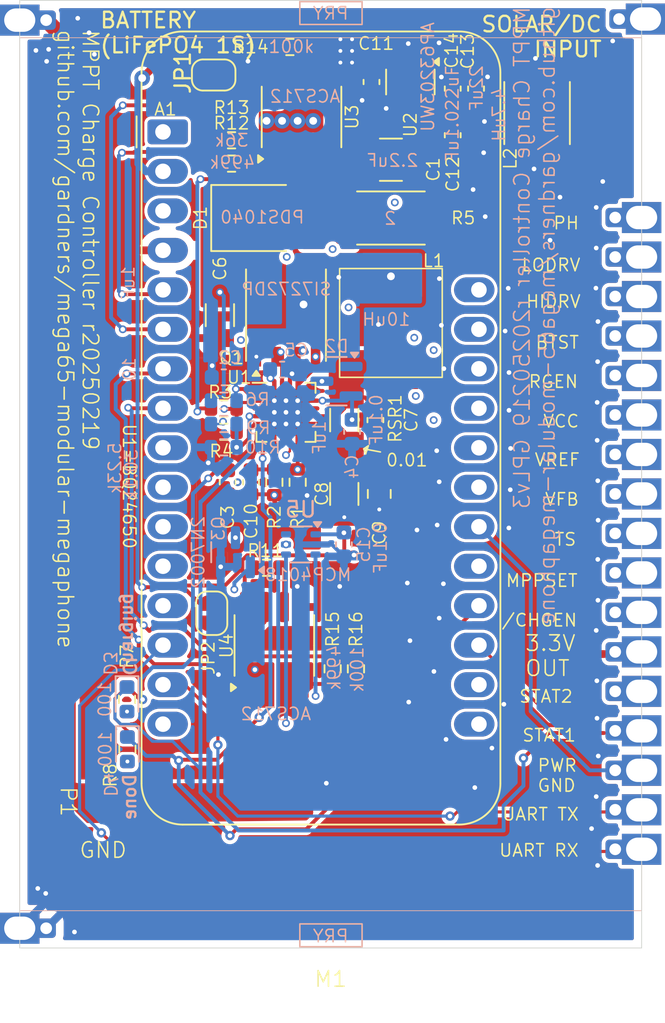
<source format=kicad_pcb>
(kicad_pcb (version 20241229) (generator "pcbnew") (generator_version "9.0")
  (title_block (title "MPPT Charge Controller") (rev "0.2"))
  (layers (0 "F.Cu" signal) (4 "In1.Cu" signal) (6 "In2.Cu" signal) (2 "B.Cu" signal) (13 "F.Paste" user) (15 "B.Paste" user) (5 "F.SilkS" user "F.Silkscreen") (7 "B.SilkS" user "B.Silkscreen") (1 "F.Mask" user) (3 "B.Mask" user) (25 "Edge.Cuts" user))
  (property "project_creator" "gardners")
  (property "project_license" "CERN-OHL-S v2")
  (property "project_name" "Mega65Modular MPPT")
  (property "project_version" "v0.1")
  (property "project_year" "2025")
  (net 0 "")
  (net 3 "/STAT2")
  (net 5 "/Battery Current")
  (net 9 "/Battery Voltage")
  (net 13 "/STAT1")
  (net 14 "/~{Charge EN}")
  (net 16 "+3.3V")
  (net 19 "/SD_CS")
  (net 20 "/Solar Current")
  (net 21 "/Solar Voltage")
  (net 23 "Net-(C1-Pad1)")
  (net 24 "/VCC")
  (net 25 "/VREF")
  (net 26 "/RGEN")
  (net 27 "/PH")
  (net 28 "/BTST")
  (net 29 "Net-(D1-K)")
  (net 30 "Net-(U1-SRP)")
  (net 31 "Net-(U1-SRN)")
  (net 32 "/VFB")
  (net 33 "/VIN")
  (net 34 "Net-(U2-BST)")
  (net 35 "Net-(U2-SW)")
  (net 36 "Net-(D3-A)")
  (net 37 "Net-(D4-A)")
  (net 38 "VBAT_OUT")
  (net 39 "/LODRV")
  (net 40 "/HIDRV")
  (net 41 "/MPPSET")
  (net 42 "/TS")
  (net 43 "Net-(U4-FILTER)")
  (net 44 "Net-(U3-FILTER)")
  (net 45 "PWR_GND")
  (net 47 "/Input")
  (net 48 "/SCL")
  (net 49 "/SDA")
  (net 51 "VCC_ACS712")
  (net 52 "VCC_ACS712_2")
  (net 53 "UART_RX")
  (net 54 "UART_TX")
  (footprint "Capacitor_SMD:C_0603_1608Metric" (layer "F.Cu") (at 105.875 99.66 -90)
    (property "Reference" "C10")
    (property "Value" "22pF")
  )
  (footprint "Resistor_SMD:R_2512_6332Metric" (layer "F.Cu") (at 114.875 82.66)
    (property "Reference" "R5")
    (property "Value" "2")
  )
  (footprint "Jumper:SolderJumper-2_P1.3mm_Bridged_RoundedPad1.0x1.5mm" (layer "F.Cu") (at 103.475 73.46 180)
    (property "Reference" "JP1")
    (property "Value" "Jumper_2_Bridged")
  )
  (footprint "Package_SO:SOIC-8_3.9x4.9mm_P1.27mm" (layer "F.Cu") (at 109.125 76.16 90)
    (property "Reference" "U3")
    (property "Value" "ACS712")
  )
  (footprint "Resistor_SMD:R_0603_1608Metric" (layer "F.Cu") (at 97.9 113.6225 -90)
    (property "Reference" "R7")
    (property "Value" "100")
  )
  (footprint "Resistor_SMD:R_0603_1608Metric" (layer "F.Cu") (at 97.925 116.835 -90)
    (property "Reference" "R8")
    (property "Value" "100")
  )
  (footprint "Capacitor_SMD:C_0603_1608Metric" (layer "F.Cu") (at 113.625 73.91 90)
    (property "Reference" "C11")
    (property "Value" "10uF")
  )
  (footprint "Inductor_SMD:L_Vishay_IFSC-1515AH_4x4x1.8mm" (layer "F.Cu") (at 124.275 75.91 90)
    (property "Reference" "L2")
    (property "Value" "4.7uH")
  )
  (footprint "MegaCastle:MegaCastle2x24-Module-I40.0x56.2-M80000307FFFC-SPAREPAD" (layer "F.Cu") (at 111 99.14)
    (property "Reference" "M1")
    (property "Value" "~")
    (fp_line (start -20 -30.48) (end -20 30.48) (stroke (width 0.05)) (layer "Edge.Cuts"))
    (fp_line (start -20 -30.48) (end 20 -30.48) (stroke (width 0.05)) (layer "Edge.Cuts"))
    (fp_line (start -20 30.48) (end 20 30.48) (stroke (width 0.05)) (layer "Edge.Cuts"))
    (fp_line (start 20 -30.48) (end 20 30.48) (stroke (width 0.05)) (layer "Edge.Cuts"))
  )
  (footprint "Capacitor_SMD:C_1206_3216Metric" (layer "F.Cu") (at 111.875 100.41 90)
    (property "Reference" "C8")
    (property "Value" "10uF")
  )
  (footprint "Resistor_SMD:R_0603_1608Metric" (layer "F.Cu") (at 104.125 94.91)
    (property "Reference" "R3")
    (property "Value" "499k")
  )
  (footprint "Package_SO:SOIC-8_3.9x4.9mm_P1.27mm" (layer "F.Cu") (at 107.375 110.16 90)
    (property "Reference" "U4")
    (property "Value" "ACS712")
  )
  (footprint "Capacitor_SMD:C_0603_1608Metric" (layer "F.Cu") (at 104.375 99.66 -90)
    (property "Reference" "C3")
    (property "Value" "1uF")
  )
  (footprint "Resistor_SMD:R_0603_1608Metric" (layer "F.Cu") (at 104.625 79.16 180)
    (property "Reference" "R12")
    (property "Value" "499k")
  )
  (footprint "Capacitor_SMD:C_1210_3225Metric" (layer "F.Cu") (at 114.875 78.91 180)
    (property "Reference" "C1")
    (property "Value" "2.2uF")
  )
  (footprint "Package_SO:PowerPAK_SO-8_Dual" (layer "F.Cu") (at 108.125 88.91 90)
    (property "Reference" "Q1")
    (property "Value" "SI7272DP")
  )
  (footprint "Resistor_SMD:R_0603_1608Metric" (layer "F.Cu") (at 108.875 99.66 -90)
    (property "Reference" "R1")
    (property "Value" "100k")
  )
  (footprint "Jumper:SolderJumper-2_P1.3mm_Bridged_RoundedPad1.0x1.5mm" (layer "F.Cu") (at 103.35 108.085 90)
    (property "Reference" "JP2")
    (property "Value" "Jumper_2_Bridged")
  )
  (footprint "Resistor_SMD:R_0603_1608Metric" (layer "F.Cu") (at 108.375 71.66 180)
    (property "Reference" "R14")
    (property "Value" "100k")
  )
  (footprint "Resistor_SMD:R_1206_3216Metric" (layer "F.Cu") (at 111.875 95.66 90)
    (property "Reference" "RSR1")
    (property "Value" "0.01")
  )
  (footprint "Package_TO_SOT_SMD:TSOT-23-6" (layer "F.Cu") (at 116.125 73.91 -90)
    (property "Reference" "U2")
    (property "Value" "AP63203WU")
  )
  (footprint "Module:Adafruit_Feather" (layer "F.Cu") (at 110.375 96.16)
    (property "Reference" "A1")
    (property "Value" "Adafruit_Feather_HUZZAH32_ESP32")
  )
  (footprint "Resistor_SMD:R_0603_1608Metric" (layer "F.Cu") (at 104.125 96.41 180)
    (property "Reference" "R4")
    (property "Value" "DNP")
  )
  (footprint "Capacitor_SMD:C_0603_1608Metric" (layer "F.Cu") (at 118.85 74.335 90)
    (property "Reference" "C14")
    (property "Value" "22uF")
  )
  (footprint "MPPT Charge Controller Footprint Library:L_Vishay_6.9x6.5" (layer "F.Cu") (at 114.875 89.41 -90)
    (property "Reference" "L1")
    (property "Value" "10uH")
  )
  (footprint "Resistor_SMD:R_0603_1608Metric" (layer "F.Cu") (at 107.375 99.66 90)
    (property "Reference" "R2")
    (property "Value" "140K")
  )
  (footprint "Resistor_SMD:R_0603_1608Metric" (layer "F.Cu") (at 104.625 77.66)
    (property "Reference" "R13")
    (property "Value" "36k")
  )
  (footprint "Capacitor_SMD:C_0603_1608Metric" (layer "F.Cu") (at 118.85 77.335 90)
    (property "Reference" "C12")
    (property "Value" "0.1uF")
  )
  (footprint "Capacitor_SMD:C_0805_2012Metric" (layer "F.Cu") (at 114.125 100.41 90)
    (property "Reference" "C9")
    (property "Value" "4.7uF")
  )
  (footprint "Resistor_SMD:R_0603_1608Metric" (layer "F.Cu") (at 111.125 111.66 90)
    (property "Reference" "R15")
    (property "Value" "499k")
  )
  (footprint "Resistor_SMD:R_0603_1608Metric" (layer "F.Cu") (at 112.625 111.66 -90)
    (property "Reference" "R16")
    (property "Value" "100k")
  )
  (footprint "Capacitor_SMD:C_0603_1608Metric" (layer "F.Cu") (at 113.875 95.66 -90)
    (property "Reference" "C7")
    (property "Value" "0.1uF")
  )
  (footprint "Capacitor_SMD:C_1206_3216Metric" (layer "F.Cu") (at 103.875 88.91 90)
    (property "Reference" "C6")
    (property "Value" "10uF")
  )
  (footprint "Resistor_SMD:R_0603_1608Metric" (layer "F.Cu") (at 106.875 105.16 180)
    (property "Reference" "R11")
    (property "Value" "100k")
  )
  (footprint "Capacitor_SMD:C_0603_1608Metric" (layer "F.Cu") (at 120.35 74.335 90)
    (property "Reference" "C13")
    (property "Value" "22uF")
  )
  (footprint "Diode_SMD:D_PowerDI-5" (layer "F.Cu") (at 107.125 82.66)
    (property "Reference" "D1")
    (property "Value" "PDS1040")
  )
  (footprint "MPPT Charge Controller Footprint Library:VQFN-16_EP_3.5x3.5_Pitch0.5mm" (layer "F.Cu") (at 108.125 95.16)
    (property "Reference" "U1")
    (property "Value" "~")
  )
  (footprint "Capacitor_SMD:C_0603_1608Metric" (layer "B.Cu") (at 112.375 96.41 -90)
    (property "Reference" "C4")
    (property "Value" "1uF")
  )
  (footprint "NetTie:NetTie-2_SMD_Pad0.5mm" (layer "B.Cu") (at 108.125 93.91 90)
    (property "Reference" "NT2" (hide yes))
    (property "Value" "~" (hide yes))
  )
  (footprint "Resistor_SMD:R_0603_1608Metric" (layer "B.Cu") (at 104.125 94.41)
    (property "Reference" "R6")
    (property "Value" "10")
  )
  (footprint "Package_TO_SOT_SMD:SOT-363_SC-70-6" (layer "B.Cu") (at 109.075 103.66 180)
    (property "Reference" "U5")
    (property "Value" "MCP4018")
  )
  (footprint "LED_SMD:LED_0603_1608Metric" (layer "B.Cu") (at 97.925 116.835 -90)
    (property "Reference" "D4")
    (property "Value" "GREEN")
  )
  (footprint "Resistor_SMD:R_0603_1608Metric" (layer "B.Cu") (at 104.125 95.91)
    (property "Reference" "R9")
    (property "Value" "5.23k")
  )
  (footprint "NetTie:NetTie-2_SMD_Pad0.5mm" (layer "B.Cu") (at 108.125 96.41 -90)
    (property "Reference" "NT4" (hide yes))
    (property "Value" "~" (hide yes))
  )
  (footprint "Capacitor_SMD:C_0603_1608Metric" (layer "B.Cu") (at 111.85 103.66 -90)
    (property "Reference" "C15")
    (property "Value" "0.1uF")
  )
  (footprint "Capacitor_SMD:C_0603_1608Metric" (layer "B.Cu") (at 107.875 92.41 180)
    (property "Reference" "C5")
    (property "Value" "0.1uF")
  )
  (footprint "LED_SMD:LED_0603_1608Metric" (layer "B.Cu") (at 97.9 113.6225 -90)
    (property "Reference" "D3")
    (property "Value" "RED")
  )
  (footprint "Package_TO_SOT_SMD:SOT-23" (layer "B.Cu") (at 104.875 104.16 90)
    (property "Reference" "Q3")
    (property "Value" "2N7002")
  )
  (footprint "Resistor_SMD:R_0603_1608Metric" (layer "B.Cu") (at 104.125 97.41 180)
    (property "Reference" "R10")
    (property "Value" "30.1k")
  )
  (footprint "NetTie:NetTie-2_SMD_Pad0.5mm" (layer "B.Cu") (at 109.375 95.16)
    (property "Reference" "NT1" (hide yes))
    (property "Value" "~" (hide yes))
  )
  (footprint "NetTie:NetTie-2_SMD_Pad0.5mm" (layer "B.Cu") (at 106.875 95.16 180)
    (property "Reference" "NT3" (hide yes))
    (property "Value" "~" (hide yes))
  )
  (footprint "Capacitor_SMD:C_0603_1608Metric" (layer "B.Cu") (at 104.125 92.91 180)
    (property "Reference" "C2")
    (property "Value" "1uF")
  )
  (footprint "Package_TO_SOT_SMD:SOT-23" (layer "B.Cu") (at 111.375 93.16 180)
    (property "Reference" "D2")
    (property "Value" "BAT54C")
  )
  (gr_line (start 113.125 97.51) (end 113.25 97.835) (stroke (width 0.1)) (layer "F.SilkS"))
  (gr_line (start 113.25 97.835) (end 113.425 97.31) (stroke (width 0.1)) (layer "F.SilkS"))
  (gr_line (start 114.2 97.71) (end 113.125 97.51) (stroke (width 0.1)) (layer "F.SilkS"))
  (gr_line (start 113.425 97.31) (end 113.125 97.51) (stroke (width 0.1)) (layer "F.SilkS"))
  (gr_text "MPPSET" (at 124.575 105.985 0) (layer "F.SilkS") (effects (font (size 0.8 0.8) (thickness 0.1) (bold yes))))
  (gr_text "PH" (at 126.15 82.985 0) (layer "F.SilkS") (effects (font (size 0.8 0.8) (thickness 0.1) (bold yes))))
  (gr_text "UART RX" (at 121.775 123.81 0) (layer "F.SilkS") (effects (font (size 0.8 0.8) (thickness 0.1)) (justify left bottom)))
  (gr_text "VREF" (at 125.575 98.21 0) (layer "F.SilkS") (effects (font (size 0.8 0.8) (thickness 0.1) (bold yes))))
  (gr_text "VCC" (at 125.825 95.735 0) (layer "F.SilkS") (effects (font (size 0.8 0.8) (thickness 0.1) (bold yes))))
  (gr_text "BTST" (at 125.575 90.66 0) (layer "F.SilkS") (effects (font (size 0.8 0.8) (thickness 0.1) (bold yes))))
  (gr_text "UART TX" (at 121.975 121.485 0) (layer "F.SilkS") (effects (font (size 0.8 0.8) (thickness 0.1)) (justify left bottom)))
  (gr_text "/CHGEN" (at 124.425 108.535 0) (layer "F.SilkS") (effects (font (size 0.8 0.8) (thickness 0.1) (bold yes))))
  (gr_text "LODRV" (at 125.175 85.685 0) (layer "F.SilkS") (effects (font (size 0.8 0.8) (thickness 0.1) (bold yes))))
  (gr_text "3.3V\nOUT" (at 123.45 112.21 0) (layer "F.SilkS") (effects (font (size 1 1) (thickness 0.1)) (justify left bottom)))
  (gr_text "VFB" (at 125.875 100.76 0) (layer "F.SilkS") (effects (font (size 0.8 0.8) (thickness 0.1) (bold yes))))
  (gr_text "${TITLE} r20250219\ngithub.com/gardners/mega65-modular-megaphone" (at 93.35 70.485 270) (layer "F.SilkS") (effects (font (size 1 1) (thickness 0.1)) (justify left bottom)))
  (gr_text "PWR\nGND\n" (at 124.25 119.635 0) (layer "F.SilkS") (effects (font (size 0.8 0.8) (thickness 0.1)) (justify left bottom)))
  (gr_text "U1=BQ24650" (at 97.575 95.835 -90) (layer "F.SilkS") (effects (font (size 0.8 0.8) (thickness 0.1)) (justify left bottom)))
  (gr_text "BATTERY\n(LiFePO4 1S)" (at 96.09 70.74 0) (layer "F.SilkS") (effects (font (size 1 1)) (justify left)))
  (gr_text "RGEN" (at 125.325 93.185 0) (layer "F.SilkS") (effects (font (size 0.8 0.8) (thickness 0.1) (bold yes))))
  (gr_text "P1" (at 93.55 119.16 -90) (layer "F.SilkS") (effects (font (size 1 1) (thickness 0.1)) (justify left bottom)))
  (gr_text "SOLAR/DC\nINPUT" (at 128.52 71 0) (layer "F.SilkS") (effects (font (size 1 1)) (justify right)))
  (gr_text "STAT1" (at 125.05 115.935 0) (layer "F.SilkS") (effects (font (size 0.8 0.8) (thickness 0.1) (bold yes))))
  (gr_text "GND" (at 94.775 123.91 0) (layer "F.SilkS") (effects (font (size 1 1) (thickness 0.1)) (justify left bottom)))
  (gr_text "STAT2" (at 124.85 113.435 0) (layer "F.SilkS") (effects (font (size 0.8 0.8) (thickness 0.1) (bold yes))))
  (gr_text "HIDRV" (at 125.325 88.035 0) (layer "F.SilkS") (effects (font (size 0.8 0.8) (thickness 0.1) (bold yes))))
  (gr_text "TS" (at 126.1 103.335 0) (layer "F.SilkS") (effects (font (size 0.8 0.8) (thickness 0.1) (bold yes))))
  (gr_text "Charging" (at 98.05 109.435 270) (layer "B.SilkS") (effects (font (size 0.8 0.8) (thickness 0.15) (bold yes)) (justify mirror)))
  (gr_text "Done" (at 98.075 119.91 90) (layer "B.SilkS") (effects (font (size 0.8 0.8) (thickness 0.15) (bold yes)) (justify mirror)))
  (gr_text "${TITLE} r20250219 GPLv3\ngithub.com/gardners/mega65-modular-megaphone" (at 125.5 68.985 90) (layer "B.SilkS") (effects (font (size 1 1) (thickness 0.1)) (justify left bottom mirror)))
  (segment (start 103.675 117.51) (end 106.4 114.785) (width 0.25) (layer "F.Cu") (net 3))
  (segment (start 106.625 97.66) (end 106.625 98.135) (width 0.25) (layer "F.Cu") (net 3))
  (segment (start 107.375 96.91) (end 106.625 97.66) (width 0.25) (layer "F.Cu") (net 3))
  (segment (start 104.520586 122.389471) (end 104.925057 121.985) (width 0.25) (layer "F.Cu") (net 3))
  (segment (start 101.275 117.51) (end 103.675 117.51) (width 0.25) (layer "F.Cu") (net 3))
  (segment (start 118.61 112.8) (end 118.61 109.525) (width 0.25) (layer "F.Cu") (net 3))
  (segment (start 118.61 109.525) (end 120.535 107.6) (width 0.25) (layer "F.Cu") (net 3))
  (segment (start 104.925057 121.985) (end 109.425 121.985) (width 0.25) (layer "F.Cu") (net 3))
  (segment (start 101.225735 117.559265) (end 101.275 117.51) (width 0.25) (layer "F.Cu") (net 3))
  (segment (start 109.425 121.985) (end 118.61 112.8) (width 0.25) (layer "F.Cu") (net 3))
  (via (at 106.4 114.785) (size 0.6) (drill 0.3) (layers "F.Cu" "B.Cu") (net 3))
  (via (at 101.225735 117.559265) (size 0.6) (drill 0.3) (layers "F.Cu" "B.Cu") (net 3))
  (via (at 104.520586 122.389471) (size 0.6) (drill 0.3) (layers "F.Cu" "B.Cu") (net 3))
  (via (at 106.625 98.135) (size 0.5) (drill 0.3) (layers "F.Cu" "B.Cu") (net 3))
  (segment (start 107.125 114.085) (end 106.425 114.785) (width 0.25) (layer "B.Cu") (net 3))
  (segment (start 107.125 101.91) (end 107.125 114.085) (width 0.25) (layer "B.Cu") (net 3))
  (segment (start 101.225735 117.559265) (end 101.149265 117.559265) (width 0.25) (layer "B.Cu") (net 3))
  (segment (start 106.625 101.41) (end 107.125 101.91) (width 0.25) (layer "B.Cu") (net 3))
  (segment (start 101.225735 119.09462) (end 101.225735 117.559265) (width 0.25) (layer "B.Cu") (net 3))
  (segment (start 100.85 117.26) (end 99.1375 117.26) (width 0.25) (layer "B.Cu") (net 3))
  (segment (start 106.625 98.135) (end 106.625 101.41) (width 0.25) (layer "B.Cu") (net 3))
  (segment (start 97.925 116.0475) (end 98.1 116.0475) (width 0.25) (layer "B.Cu") (net 3))
  (segment (start 99.1375 117.26) (end 97.925 116.0475) (width 0.25) (layer "B.Cu") (net 3))
  (segment (start 101.149265 117.559265) (end 100.85 117.26) (width 0.25) (layer "B.Cu") (net 3))
  (segment (start 106.425 114.785) (end 106.4 114.785) (width 0.25) (layer "B.Cu") (net 3))
  (segment (start 104.520586 122.389471) (end 101.225735 119.09462) (width 0.25) (layer "B.Cu") (net 3))
  (segment (start 98.015 94.9) (end 100.215 94.9) (width 0.25) (layer "F.Cu") (net 5))
  (segment (start 102.60099 110.135) (end 105.264999 110.135) (width 0.25) (layer "F.Cu") (net 5))
  (segment (start 99.54901 109.015) (end 101.48099 109.015) (width 0.25) (layer "F.Cu") (net 5))
  (segment (start 98.975 108.86) (end 99.339505 109.224505) (width 0.25) (layer "F.Cu") (net 5))
  (segment (start 105.264999 110.135) (end 106.74 108.659999) (width 0.25) (layer "F.Cu") (net 5))
  (segment (start 99.339505 109.224505) (end 99.54901 109.015) (width 0.25) (layer "F.Cu") (net 5))
  (segment (start 101.48099 109.015) (end 102.60099 110.135) (width 0.25) (layer "F.Cu") (net 5))
  (segment (start 97.975 94.86) (end 98.015 94.9) (width 0.25) (layer "F.Cu") (net 5))
  (segment (start 106.74 108.659999) (end 106.74 107.685) (width 0.25) (layer "F.Cu") (net 5))
  (via (at 97.975 94.86) (size 0.5) (drill 0.3) (layers "F.Cu" "B.Cu") (net 5))
  (via (at 98.975 108.86) (size 0.5) (drill 0.3) (layers "F.Cu" "B.Cu") (net 5))
  (segment (start 98.198 108.083) (end 98.198 95.083) (width 0.25) (layer "B.Cu") (net 5))
  (segment (start 98.975 108.86) (end 98.198 108.083) (width 0.25) (layer "B.Cu") (net 5))
  (segment (start 98.198 95.083) (end 97.975 94.86) (width 0.25) (layer "B.Cu") (net 5))
  (segment (start 98.65 110.36599) (end 99.64401 111.36) (width 0.25) (layer "F.Cu") (net 9))
  (segment (start 97.875 92.66) (end 99.915 92.66) (width 0.25) (layer "F.Cu") (net 9))
  (segment (start 111.1 110.86) (end 111.125 110.835) (width 0.25) (layer "F.Cu") (net 9))
  (segment (start 98.65 109.785) (end 98.65 110.36599) (width 0.25) (layer "F.Cu") (net 9))
  (segment (start 99.915 92.66) (end 100.215 92.36) (width 0.25) (layer "F.Cu") (net 9))
  (segment (start 111.125 110.835) (end 112.625 110.835) (width 0.25) (layer "F.Cu") (net 9))
  (segment (start 103.375 111.36) (end 103.875 110.86) (width 0.25) (layer "F.Cu") (net 9))
  (segment (start 103.875 110.86) (end 111.1 110.86) (width 0.25) (layer "F.Cu") (net 9))
  (segment (start 99.64401 111.36) (end 103.375 111.36) (width 0.25) (layer "F.Cu") (net 9))
  (via (at 98.65 109.785) (size 0.5) (drill 0.3) (layers "F.Cu" "B.Cu") (net 9))
  (via (at 97.875 92.66) (size 0.5) (drill 0.3) (layers "F.Cu" "B.Cu") (net 9))
  (segment (start 97.821 108.956) (end 97.821 95.606) (width 0.25) (layer "B.Cu") (net 9))
  (segment (start 97.175 93.36) (end 97.875 92.66) (width 0.25) (layer "B.Cu") (net 9))
  (segment (start 98.65 109.785) (end 97.821 108.956) (width 0.25) (layer "B.Cu") (net 9))
  (segment (start 97.821 95.606) (end 97.175 94.96) (width 0.25) (layer "B.Cu") (net 9))
  (segment (start 97.175 94.96) (end 97.175 93.36) (width 0.25) (layer "B.Cu") (net 9))
  (segment (start 125.02 115.79) (end 128.575 115.79) (width 0.25) (layer "F.Cu") (net 13))
  (segment (start 126.855 115.79) (end 125.875 114.81) (width 0.2) (layer "F.Cu") (net 13))
  (segment (start 125.875 114.81) (end 125.205 114.81) (width 0.2) (layer "F.Cu") (net 13))
  (segment (start 123.4 117.41) (end 125.02 115.79) (width 0.25) (layer "F.Cu") (net 13))
  (segment (start 125.205 114.81) (end 120.535 110.14) (width 0.2) (layer "F.Cu") (net 13))
  (segment (start 128.575 115.79) (end 126.855 115.79) (width 0.2) (layer "F.Cu") (net 13))
  (segment (start 105.775 95.417149) (end 105.782149 95.41) (width 0.25) (layer "F.Cu") (net 13))
  (segment (start 105.782149 95.41) (end 106.375 95.41) (width 0.25) (layer "F.Cu") (net 13))
  (via (at 105.775 95.417149) (size 0.5) (drill 0.3) (layers "F.Cu" "B.Cu") (net 13))
  (via (at 123.4 117.41) (size 0.6) (drill 0.3) (layers "F.Cu" "B.Cu") (net 13))
  (segment (start 105.075 122.06) (end 102.625 119.61) (width 0.25) (layer "B.Cu") (net 13))
  (segment (start 97.125 113.61) (end 97.9 112.835) (width 0.2) (layer "B.Cu") (net 13))
  (segment (start 102.625 118.11) (end 100.835 116.32) (width 0.2) (layer "B.Cu") (net 13))
  (segment (start 122.125 120.46) (end 122.125 122.06) (width 0.25) (layer "B.Cu") (net 13))
  (segment (start 102.625 100.91) (end 102.625 119.61) (width 0.25) (layer "B.Cu") (net 13))
  (segment (start 99.535 116.32) (end 98.45 115.235) (width 0.2) (layer "B.Cu") (net 13))
  (segment (start 97.9 112.835) (end 97.9 112.848135) (width 0.2) (layer "B.Cu") (net 13))
  (segment (start 123.4 119.185) (end 122.125 120.46) (width 0.25) (layer "B.Cu") (net 13))
  (segment (start 102.625 119.61) (end 102.625 118.11) (width 0.2) (layer "B.Cu") (net 13))
  (segment (start 97.510314 115.235) (end 97.125 114.849686) (width 0.2) (layer "B.Cu") (net 13))
  (segment (start 102.673004 100.91) (end 102.625 100.91) (width 0.25) (layer "B.Cu") (net 13))
  (segment (start 105.775 95.417149) (end 105.775 97.808004) (width 0.25) (layer "B.Cu") (net 13))
  (segment (start 97.125 114.849686) (end 97.125 113.61) (width 0.2) (layer "B.Cu") (net 13))
  (segment (start 123.4 117.41) (end 123.4 119.185) (width 0.25) (layer "B.Cu") (net 13))
  (segment (start 105.775 97.808004) (end 102.673004 100.91) (width 0.25) (layer "B.Cu") (net 13))
  (segment (start 98.45 115.235) (end 97.510314 115.235) (width 0.2) (layer "B.Cu") (net 13))
  (segment (start 122.125 122.06) (end 105.075 122.06) (width 0.25) (layer "B.Cu") (net 13))
  (segment (start 100.835 116.32) (end 99.535 116.32) (width 0.2) (layer "B.Cu") (net 13))
  (via (at 104.802572 106.554439) (size 0.5) (drill 0.3) (layers "F.Cu" "B.Cu") (net 14))
  (segment (start 104.802572 106.554439) (end 104.802572 106.119928) (width 0.25) (layer "B.Cu") (net 14))
  (segment (start 104.802572 106.119928) (end 105.825 105.0975) (width 0.25) (layer "B.Cu") (net 14))
  (segment (start 104.200916 106.300495) (end 101.365495 106.300495) (width 0.25) (layer "F.Cu") (net 16))
  (segment (start 111.875 102.935) (end 111.875 104.11) (width 0.25) (layer "F.Cu") (net 16))
  (segment (start 118.85 75.11) (end 120.35 75.11) (width 0.5) (layer "F.Cu") (net 16))
  (segment (start 117.075 70.86) (end 116.475 70.26) (width 0.5) (layer "F.Cu") (net 16))
  (segment (start 124.575 74.135) (end 124.275 74.435) (width 0.5) (layer "F.Cu") (net 16))
  (segment (start 105.325 105.351842) (end 105.149569 105.351842) (width 0.25) (layer "F.Cu") (net 16))
  (segment (start 124.275 74.435) (end 122.5 72.66) (width 0.5) (layer "F.Cu") (net 16))
  (segment (start 102.55 107.435) (end 103.35 107.435) (width 0.25) (layer "F.Cu") (net 16))
  (segment (start 101.25599 106.41) (end 98.875 106.41) (width 0.25) (layer "F.Cu") (net 16))
  (segment (start 98.9 73.685) (end 98.875 73.66) (width 0.5) (layer "F.Cu") (net 16))
  (segment (start 126.8 70.61) (end 126.8 109.31) (width 0.5) (layer "F.Cu") (net 16))
  (segment (start 105.149569 105.351842) (end 104.200916 106.300495) (width 0.25) (layer "F.Cu") (net 16))
  (segment (start 116.475 70.26) (end 116.5 70.235) (width 0.5) (layer "F.Cu") (net 16))
  (segment (start 126.425 70.235) (end 126.8 70.61) (width 0.5) (layer "F.Cu") (net 16))
  (segment (start 118.7625 75.1975) (end 118.85 75.11) (width 0.5) (layer "F.Cu") (net 16))
  (segment (start 122.5 72.66) (end 117.1875 72.66) (width 0.5) (layer "F.Cu") (net 16))
  (segment (start 117.075 72.7725) (end 117.075 70.86) (width 0.5) (layer "F.Cu") (net 16))
  (segment (start 101.365495 106.300495) (end 101.25599 106.41) (width 0.25) (layer "F.Cu") (net 16))
  (segment (start 111.85 102.91) (end 111.875 102.935) (width 0.25) (layer "F.Cu") (net 16))
  (segment (start 121.375 75.11) (end 122.05 74.435) (width 0.5) (layer "F.Cu") (net 16))
  (segment (start 121.375 75.11) (end 120.35 75.11) (width 0.5) (layer "F.Cu") (net 16))
  (segment (start 116.5 70.235) (end 126.425 70.235) (width 0.5) (layer "F.Cu") (net 16))
  (segment (start 116.475 70.26) (end 102.275 70.26) (width 0.5) (layer "F.Cu") (net 16))
  (segment (start 98.995 106.41) (end 99.06 106.475) (width 0.25) (layer "F.Cu") (net 16))
  (segment (start 105.325 104.661996) (end 105.325 105.351842) (width 0.25) (layer "F.Cu") (net 16))
  (segment (start 102.825 70.81) (end 102.275 70.26) (width 0.5) (layer "F.Cu") (net 16))
  (segment (start 105.626996 104.36) (end 105.325 104.661996) (width 0.25) (layer "F.Cu") (net 16))
  (segment (start 117.1875 72.66) (end 117.075 72.7725) (width 0.5) (layer "F.Cu") (net 16))
  (segment (start 101.365495 106.300495) (end 101.415495 106.300495) (width 0.25) (layer "F.Cu") (net 16))
  (segment (start 122.05 74.435) (end 124.275 74.435) (width 0.5) (layer "F.Cu") (net 16))
  (segment (start 126.6 109.31) (end 128 110.71) (width 0.5) (layer "F.Cu") (net 16))
  (segment (start 111.875 104.11) (end 111.625 104.36) (width 0.25) (layer "F.Cu") (net 16))
  (segment (start 98.875 106.41) (end 98.995 106.41) (width 0.25) (layer "F.Cu") (net 16))
  (segment (start 111.625 104.36) (end 105.626996 104.36) (width 0.25) (layer "F.Cu") (net 16))
  (segment (start 126.8 109.31) (end 126.6 109.31) (width 0.5) (layer "F.Cu") (net 16))
  (segment (start 102.275 70.26) (end 98.875 73.66) (width 0.5) (layer "F.Cu") (net 16))
  (segment (start 102.825 73.46) (end 102.825 70.81) (width 0.5) (layer "F.Cu") (net 16))
  (segment (start 128 110.71) (end 128.575 110.71) (width 0.5) (layer "F.Cu") (net 16))
  (segment (start 101.415495 106.300495) (end 102.55 107.435) (width 0.25) (layer "F.Cu") (net 16))
  (via (at 98.875 106.41) (size 0.5) (drill 0.3) (layers "F.Cu" "B.Cu") (net 16))
  (via (at 98.875 73.66) (size 1) (drill 0.5) (layers "F.Cu" "B.Cu") (net 16))
  (via (at 111.85 102.91) (size 0.5) (drill 0.3) (layers "F.Cu" "B.Cu") (net 16))
  (segment (start 98.575 94.6044) (end 98.575 79.21) (width 0.25) (layer "B.Cu") (net 16))
  (segment (start 98.58 94.6094) (end 98.575 94.6044) (width 0.25) (layer "B.Cu") (net 16))
  (segment (start 110.025 103.01) (end 111.725 103.01) (width 0.25) (layer "B.Cu") (net 16))
  (segment (start 98.625 73.91) (end 98.625 79.16) (width 0.5) (layer "B.Cu") (net 16))
  (segment (start 98.875 106.41) (end 98.575 106.11) (width 0.25) (layer "B.Cu") (net 16))
  (segment (start 98.575 95.1156) (end 98.58 95.1106) (width 0.25) (layer "B.Cu") (net 16))
  (segment (start 98.58 95.1106) (end 98.58 94.6094) (width 0.25) (layer "B.Cu") (net 16))
  (segment (start 98.625 79.16) (end 99.125 79.66) (width 0.5) (layer "B.Cu") (net 16))
  (segment (start 98.575 79.21) (end 98.625 79.16) (width 0.25) (layer "B.Cu") (net 16))
  (segment (start 98.575 106.11) (end 98.575 95.1156) (width 0.25) (layer "B.Cu") (net 16))
  (segment (start 111.725 103.01) (end 111.85 102.885) (width 0.25) (layer "B.Cu") (net 16))
  (segment (start 99.125 79.66) (end 100.215 79.66) (width 0.5) (layer "B.Cu") (net 16))
  (segment (start 98.875 73.66) (end 98.625 73.91) (width 0.5) (layer "B.Cu") (net 16))
  (segment (start 123.87 114.4) (end 123.87 105.855) (width 0.25) (layer "B.Cu") (net 19))
  (segment (start 127.66 118.19) (end 123.87 114.4) (width 0.25) (layer "B.Cu") (net 19))
  (segment (start 129.3 118.19) (end 127.66 118.19) (width 0.25) (layer "B.Cu") (net 19))
  (segment (start 123.87 105.855) (end 120.535 102.52) (width 0.25) (layer "B.Cu") (net 19))
  (segment (start 108.49 73.685) (end 108.49 74.659999) (width 0.25) (layer "F.Cu") (net 20))
  (segment (start 108.49 74.659999) (end 107.739999 75.41) (width 0.25) (layer "F.Cu") (net 20))
  (segment (start 97.625 89.82) (end 100.215 89.82) (width 0.25) (layer "F.Cu") (net 20))
  (segment (start 107.739999 75.41) (end 97.625 75.41) (width 0.25) (layer "F.Cu") (net 20))
  (via (at 97.625 89.82) (size 0.5) (drill 0.3) (layers "F.Cu" "B.Cu") (net 20))
  (via (at 97.625 75.41) (size 0.5) (drill 0.3) (layers "F.Cu" "B.Cu") (net 20))
  (segment (start 96.875 76.16) (end 96.875 89.07) (width 0.25) (layer "B.Cu") (net 20))
  (segment (start 97.625 75.41) (end 96.875 76.16) (width 0.25) (layer "B.Cu") (net 20))
  (segment (start 96.875 89.07) (end 97.625 89.82) (width 0.25) (layer "B.Cu") (net 20))
  (segment (start 98.325 78.46) (end 98.375 78.41) (width 0.25) (layer "F.Cu") (net 21))
  (segment (start 99.935 87.56) (end 100.215 87.28) (width 0.25) (layer "F.Cu") (net 21))
  (segment (start 97.575 87.56) (end 99.935 87.56) (width 0.25) (layer "F.Cu") (net 21))
  (segment (start 103.8 79.16) (end 103.8 77.66) (width 0.5) (layer "F.Cu") (net 21))
  (segment (start 97.575 78.46) (end 98.325 78.46) (width 0.25) (layer "F.Cu") (net 21))
  (segment (start 98.375 78.41) (end 103.05 78.41) (width 0.25) (layer "F.Cu") (net 21))
  (segment (start 103.05 78.41) (end 103.8 79.16) (width 0.25) (layer "F.Cu") (net 21))
  (via (at 97.575 78.46) (size 0.5) (drill 0.3) (layers "F.Cu" "B.Cu") (net 21))
  (via (at 97.575 87.56) (size 0.5) (drill 0.3) (layers "F.Cu" "B.Cu") (net 21))
  (segment (start 97.375 78.66) (end 97.575 78.46) (width 0.25) (layer "B.Cu") (net 21))
  (segment (start 97.375 87.36) (end 97.375 78.66) (width 0.25) (layer "B.Cu") (net 21))
  (segment (start 97.575 87.56) (end 97.375 87.36) (width 0.25) (layer "B.Cu") (net 21))
  (segment (start 117.8375 80.3975) (end 116.35 78.91) (width 0.5) (layer "F.Cu") (net 23))
  (segment (start 117.8375 82.66) (end 117.8375 80.3975) (width 0.5) (layer "F.Cu") (net 23))
  (segment (start 106.375 94.41) (end 106.16 94.41) (width 0.25) (layer "F.Cu") (net 24))
  (segment (start 105.41 93.66) (end 104.9 93.66) (width 0.25) (layer "F.Cu") (net 24))
  (segment (start 106.16 94.41) (end 105.41 93.66) (width 0.25) (layer "F.Cu") (net 24))
  (via (at 116.375 90.36) (size 0.5) (drill 0.3) (layers "F.Cu" "B.Cu") (net 24))
  (via (at 105.225 90.51) (size 0.5) (drill 0.3) (layers "F.Cu" "B.Cu") (net 24))
  (via (at 116.475 94.110002) (size 0.5) (drill 0.3) (layers "F.Cu" "B.Cu") (net 24))
  (via (at 104.9 93.66) (size 0.5) (drill 0.3) (layers "F.Cu" "B.Cu") (net 24))
  (segment (start 104.9 93.66) (end 104.9 94.36) (width 0.25) (layer "B.Cu") (net 24))
  (segment (start 104.9 94.36) (end 104.95 94.41) (width 0.25) (layer "B.Cu") (net 24))
  (segment (start 104.9 92.91) (end 104.9 93.66) (width 0.25) (layer "B.Cu") (net 24))
  (segment (start 97.125 114.860148) (end 97.125 113.5725) (width 0.2) (layer "F.Cu") (net 25))
  (segment (start 107.875 96.91) (end 108.375 96.91) (width 0.25) (layer "F.Cu") (net 25))
  (segment (start 97.125 113.5725) (end 97.9 112.7975) (width 0.2) (layer "F.Cu") (net 25))
  (segment (start 97.8625 112.76) (end 97.9 112.7975) (width 0.5) (layer "F.Cu") (net 25))
  (segment (start 104.375 98.885) (end 103.65 98.885) (width 0.25) (layer "F.Cu") (net 25))
  (segment (start 108.375 97.66) (end 108.125 97.91) (width 0.15) (layer "F.Cu") (net 25))
  (segment (start 97.924852 115.66) (end 97.125 114.860148) (width 0.2) (layer "F.Cu") (net 25))
  (segment (start 97.925 116.01) (end 97.925 115.685) (width 0.2) (layer "F.Cu") (net 25))
  (segment (start 98.7375 113.635) (end 97.9 112.7975) (width 0.25) (layer "F.Cu") (net 25))
  (segment (start 98.9 113.635) (end 98.7375 113.635) (width 0.25) (layer "F.Cu") (net 25))
  (segment (start 97.925 115.685) (end 97.95 115.66) (width 0.2) (layer "F.Cu") (net 25))
  (segment (start 97.95 115.66) (end 97.924852 115.66) (width 0.2) (layer "F.Cu") (net 25))
  (segment (start 103.65 98.885) (end 103.125 99.41) (width 0.25) (layer "F.Cu") (net 25))
  (segment (start 108.375 96.91) (end 108.375 97.66) (width 0.15) (layer "F.Cu") (net 25))
  (via (at 98.9 113.635) (size 0.6) (drill 0.3) (layers "F.Cu" "B.Cu") (net 25))
  (via (at 108.125 97.91) (size 0.5) (drill 0.3) (layers "F.Cu" "B.Cu") (net 25))
  (via (at 103.125 99.41) (size 0.5) (drill 0.3) (layers "F.Cu" "B.Cu") (net 25))
  (via (at 104.075 95.76) (size 0.5) (drill 0.3) (layers "F.Cu" "B.Cu") (net 25))
  (segment (start 103.925 95.91) (end 103.3 95.91) (width 0.15) (layer "B.Cu") (net 25))
  (segment (start 102.14 110.92) (end 101.505 111.555) (width 0.25) (layer "B.Cu") (net 25))
  (segment (start 98.775 112.32901) (end 98.775 113.51) (width 0.25) (layer "B.Cu") (net 25))
  (segment (start 101.505 111.555) (end 99.54901 111.555) (width 0.25) (layer "B.Cu") (net 25))
  (segment (start 98.775 113.51) (end 98.9 113.635) (width 0.25) (layer "B.Cu") (net 25))
  (segment (start 104.075 95.76) (end 103.925 95.91) (width 0.15) (layer "B.Cu") (net 25))
  (segment (start 102.14 100.395) (end 102.14 110.92) (width 0.25) (layer "B.Cu") (net 25))
  (segment (start 99.54901 111.555) (end 98.775 112.32901) (width 0.25) (layer "B.Cu") (net 25))
  (segment (start 103.125 99.41) (end 102.14 100.395) (width 0.25) (layer "B.Cu") (net 25))
  (segment (start 110.469384 94.41) (end 109.875 94.41) (width 0.25) (layer "F.Cu") (net 26))
  (via (at 117.625 91.16) (size 0.5) (drill 0.3) (layers "F.Cu" "B.Cu") (net 26))
  (via (at 110.469384 94.41) (size 0.5) (drill 0.3) (layers "F.Cu" "B.Cu") (net 26))
  (via (at 112.375 95.635) (size 0.5) (drill 0.3) (layers "F.Cu" "B.Cu") (net 26))
  (via (at 117.625 95.66) (size 0.5) (drill 0.3) (layers "F.Cu" "B.Cu") (net 26))
  (segment (start 112.375 95.635) (end 112.375 94.1725) (width 0.25) (layer "B.Cu") (net 26))
  (segment (start 112.375 94.1725) (end 112.3125 94.11) (width 0.25) (layer "B.Cu") (net 26))
  (segment (start 112.0125 94.41) (end 112.3125 94.11) (width 0.25) (layer "B.Cu") (net 26))
  (segment (start 110.469384 94.41) (end 112.0125 94.41) (width 0.25) (layer "B.Cu") (net 26))
  (segment (start 114.875 86.41) (end 114.33 85.865) (width 0.5) (layer "F.Cu") (net 27))
  (segment (start 109.255 89.3) (end 109.255 88.22) (width 0.25) (layer "F.Cu") (net 27))
  (segment (start 108.512501 92.677501) (end 108.375 92.815002) (width 0.25) (layer "F.Cu") (net 27))
  (segment (start 114.58 86.115) (end 114.875 86.41) (width 1) (layer "F.Cu") (net 27))
  (segment (start 108.375 92.815002) (end 108.375 93.41) (width 0.25) (layer "F.Cu") (net 27))
  (segment (start 106.22 91.58) (end 106.22 91.25) (width 0.25) (layer "F.Cu") (net 27))
  (via (at 109.255 88.22) (size 1) (drill 0.5) (layers "F.Cu" "B.Cu") (net 27))
  (via (at 115.125 81.66) (size 0.5) (drill 0.3) (layers "F.Cu" "B.Cu") (net 27))
  (via (at 114.875 86.41) (size 1) (drill 0.5) (layers "F.Cu" "B.Cu") (net 27))
  (via (at 108.512501 92.677501) (size 0.5) (drill 0.3) (layers "F.Cu" "B.Cu") (net 27))
  (via (at 106.22 91.58) (size 0.5) (drill 0.25) (layers "F.Cu" "B.Cu") (net 27))
  (segment (start 109.255 88.22) (end 109.250618 88.22) (width 1) (layer "B.Cu") (net 27))
  (segment (start 107.375 93.21) (end 107.125 92.96) (width 0.25) (layer "F.Cu") (net 28))
  (segment (start 107.375 93.41) (end 107.375 93.21) (width 0.25) (layer "F.Cu") (net 28))
  (via (at 112.15 88.41) (size 0.5) (drill 0.3) (layers "F.Cu" "B.Cu") (net 28))
  (via (at 110.4375 93.16) (size 0.5) (drill 0.3) (layers "F.Cu" "B.Cu") (net 28))
  (via (at 107.125 92.96) (size 0.5) (drill 0.3) (layers "F.Cu" "B.Cu") (net 28))
  (segment (start 107.1 92.935) (end 107.1 92.41) (width 0.25) (layer "B.Cu") (net 28))
  (segment (start 107.125 92.96) (end 107.1 92.935) (width 0.25) (layer "B.Cu") (net 28))
  (via (at 103.875 87.435) (size 0.5) (drill 0.3) (layers "F.Cu" "B.Cu") (net 29))
  (segment (start 103.3 94.235) (end 103.375 94.16) (width 0.25) (layer "B.Cu") (net 29))
  (segment (start 104.125 94.16) (end 104.125 87.685) (width 0.25) (layer "B.Cu") (net 29))
  (segment (start 103.3 94.41) (end 103.3 94.235) (width 0.25) (layer "B.Cu") (net 29))
  (segment (start 104.125 87.685) (end 103.875 87.435) (width 0.25) (layer "B.Cu") (net 29))
  (segment (start 103.375 94.16) (end 104.125 94.16) (width 0.25) (layer "B.Cu") (net 29))
  (segment (start 111.375 95.41) (end 111.875 94.91) (width 0.25) (layer "F.Cu") (net 30))
  (segment (start 113.1875 94.1975) (end 111.875 94.1975) (width 0.25) (layer "F.Cu") (net 30))
  (segment (start 109.875 95.41) (end 111.375 95.41) (width 0.25) (layer "F.Cu") (net 30))
  (segment (start 111.875 94.91) (end 111.875 94.1975) (width 0.25) (layer "F.Cu") (net 30))
  (segment (start 113.875 94.885) (end 113.1875 94.1975) (width 0.25) (layer "F.Cu") (net 30))
  (segment (start 111.875 96.41) (end 111.875 97.1225) (width 0.25) (layer "F.Cu") (net 31))
  (segment (start 109.875 101.66) (end 108.125 101.66) (width 0.25) (layer "F.Cu") (net 31))
  (segment (start 107.325 100.435) (end 107.375 100.485) (width 0.25) (layer "F.Cu") (net 31))
  (segment (start 113.875 96.91) (end 113.6625 97.1225) (width 0.25) (layer "F.Cu") (net 31))
  (segment (start 109.875 95.91) (end 111.375 95.91) (width 0.25) (layer "F.Cu") (net 31))
  (segment (start 114.175 99.41) (end 114.125 99.46) (width 1) (layer "F.Cu") (net 31))
  (segment (start 111.375 95.91) (end 111.875 96.41) (width 0.25) (layer "F.Cu") (net 31))
  (segment (start 110.125 101.41) (end 109.875 101.66) (width 0.25) (layer "F.Cu") (net 31))
  (segment (start 105.875 100.435) (end 107.325 100.435) (width 0.25) (layer "F.Cu") (net 31))
  (segment (start 106.125 111.715) (end 106.74 112.33) (width 0.25) (layer "F.Cu") (net 31))
  (segment (start 113.6625 97.1225) (end 111.875 97.1225) (width 0.25) (layer "F.Cu") (net 31))
  (segment (start 111.875 98.935) (end 110.125 100.685) (width 0.25) (layer "F.Cu") (net 31))
  (segment (start 108.125 101.66) (end 107.375 100.91) (width 0.25) (layer "F.Cu") (net 31))
  (segment (start 106.74 112.33) (end 106.74 112.635) (width 0.25) (layer "F.Cu") (net 31))
  (segment (start 107.375 100.91) (end 107.375 100.485) (width 0.25) (layer "F.Cu") (net 31))
  (segment (start 113.875 96.435) (end 113.875 96.91) (width 0.25) (layer "F.Cu") (net 31))
  (segment (start 110.125 100.685) (end 110.125 101.41) (width 0.25) (layer "F.Cu") (net 31))
  (via (at 106.125 111.715) (size 0.5) (drill 0.3) (layers "F.Cu" "B.Cu") (net 31))
  (via (at 107.375 100.485) (size 0.5) (drill 0.3) (layers "F.Cu" "B.Cu") (net 31))
  (segment (start 108.875 98.835) (end 107.375 98.835) (width 0.25) (layer "F.Cu") (net 32))
  (segment (start 107.375 98.835) (end 105.925 98.835) (width 0.25) (layer "F.Cu") (net 32))
  (segment (start 105.925 98.835) (end 105.875 98.885) (width 0.25) (layer "F.Cu") (net 32))
  (segment (start 108.875 96.91) (end 108.875 98.835) (width 0.25) (layer "F.Cu") (net 32))
  (via (at 108.875 98.835) (size 0.5) (drill 0.3) (layers "F.Cu" "B.Cu") (net 32))
  (segment (start 102.625 80.16) (end 109.625 80.16) (width 0.25) (layer "F.Cu") (net 33))
  (segment (start 113.9875 72.7725) (end 113.625 73.135) (width 0.5) (layer "F.Cu") (net 33))
  (segment (start 102.625 94.91) (end 103.3 94.91) (width 0.25) (layer "F.Cu") (net 33))
  (segment (start 115.175 72.7725) (end 113.9875 72.7725) (width 0.5) (layer "F.Cu") (net 33))
  (segment (start 109.987 80.522) (end 109.987 81.74) (width 0.25) (layer "F.Cu") (net 33))
  (segment (start 113.625 73.135) (end 111.03 75.73) (width 0.5) (layer "F.Cu") (net 33))
  (segment (start 116.125 72.7725) (end 115.175 72.7725) (width 0.5) (layer "F.Cu") (net 33))
  (segment (start 111.03 75.73) (end 111.03 78.635) (width 0.5) (layer "F.Cu") (net 33))
  (segment (start 109.625 80.16) (end 109.987 80.522) (width 0.25) (layer "F.Cu") (net 33))
  (segment (start 102.425 95.11) (end 102.625 94.91) (width 0.25) (layer "F.Cu") (net 33))
  (segment (start 109.76 81.513) (end 109.987 81.74) (width 1) (layer "F.Cu") (net 33))
  (via (at 102.425 95.11) (size 0.5) (drill 0.3) (layers "F.Cu" "B.Cu") (net 33))
  (via (at 102.625 80.16) (size 0.5) (drill 0.3) (layers "F.Cu" "B.Cu") (net 33))
  (segment (start 102.425 80.36) (end 102.625 80.16) (width 0.25) (layer "B.Cu") (net 33))
  (segment (start 102.425 95.11) (end 102.425 80.36) (width 0.25) (layer "B.Cu") (net 33))
  (segment (start 118.85 76.56) (end 118.5875 76.56) (width 0.5) (layer "F.Cu") (net 34))
  (segment (start 118.5875 76.56) (end 117.075 75.0475) (width 0.5) (layer "F.Cu") (net 34))
  (segment (start 116.575001 76.16) (end 116.575001 76.410001) (width 0.5) (layer "F.Cu") (net 35))
  (segment (start 116.125 75.709999) (end 116.575001 76.16) (width 0.5) (layer "F.Cu") (net 35))
  (segment (start 118.85 78.11) (end 119.25 78.11) (width 0.5) (layer "F.Cu") (net 35))
  (segment (start 119.25 78.11) (end 119.975 77.385) (width 0.5) (layer "F.Cu") (net 35))
  (segment (start 116.125 75.0475) (end 116.125 75.709999) (width 0.5) (layer "F.Cu") (net 35))
  (segment (start 119.975 77.385) (end 124.275 77.385) (width 0.5) (layer "F.Cu") (net 35))
  (segment (start 116.575001 76.410001) (end 118.275 78.11) (width 0.5) (layer "F.Cu") (net 35))
  (segment (start 118.275 78.11) (end 118.85 78.11) (width 0.5) (layer "F.Cu") (net 35))
  (segment (start 97.9 114.4475) (end 97.9 114.41) (width 0.25) (layer "F.Cu") (net 36))
  (via (at 97.9 114.41) (size 0.5) (drill 0.25) (layers "F.Cu" "B.Cu") (net 36))
  (segment (start 97.925 117.66) (end 97.925 117.6225) (width 0.25) (layer "F.Cu") (net 37))
  (via (at 97.925 117.6225) (size 0.5) (drill 0.25) (layers "F.Cu" "B.Cu") (net 37))
  (segment (start 94.55 119.485) (end 95.7 120.635) (width 1) (layer "F.Cu") (net 38))
  (segment (start 94.1 119.485) (end 94.55 119.485) (width 1) (layer "F.Cu") (net 38))
  (segment (start 109.28 112.635) (end 110.975 112.635) (width 0.25) (layer "F.Cu") (net 38))
  (segment (start 94.1 71.33) (end 94.1 119.485) (width 1) (layer "F.Cu") (net 38))
  (segment (start 110.975 112.635) (end 111.125 112.485) (width 0.25) (layer "F.Cu") (net 38))
  (segment (start 92.7 69.93) (end 94.1 71.33) (width 1) (layer "F.Cu") (net 38))
  (segment (start 108.875 93.41) (end 110.03 92.255) (width 0.25) (layer "F.Cu") (net 39))
  (segment (start 110.03 92.255) (end 110.03 91.58) (width 0.25) (layer "F.Cu") (net 39))
  (via (at 110.03 91.58) (size 0.5) (drill 0.3) (layers "F.Cu" "B.Cu") (net 39))
  (via (at 111.125 84.66) (size 0.5) (drill 0.3) (layers "F.Cu" "B.Cu") (net 39))
  (segment (start 107.785464 91.284536) (end 107.875 91.374072) (width 0.25) (layer "F.Cu") (net 40))
  (segment (start 107.875 91.374072) (end 107.875 93.41) (width 0.25) (layer "F.Cu") (net 40))
  (via (at 107.785464 91.284536) (size 0.5) (drill 0.3) (layers "F.Cu" "B.Cu") (net 40))
  (via (at 108.175 85.16) (size 0.5) (drill 0.3) (layers "F.Cu" "B.Cu") (net 40))
  (segment (start 105.683457 94.53) (end 105.33 94.53) (width 0.2) (layer "F.Cu") (net 41))
  (segment (start 105.33 94.53) (end 104.95 94.91) (width 0.2) (layer "F.Cu") (net 41))
  (segment (start 106.375 94.91) (end 106.063457 94.91) (width 0.2) (layer "F.Cu") (net 41))
  (segment (start 104.917365 94.942635) (end 104.95 94.91) (width 0.25) (layer "F.Cu") (net 41))
  (segment (start 104.95 94.91) (end 104.95 96.41) (width 0.25) (layer "F.Cu") (net 41))
  (segment (start 106.063457 94.91) (end 105.683457 94.53) (width 0.2) (layer "F.Cu") (net 41))
  (segment (start 104.15 94.942635) (end 104.917365 94.942635) (width 0.25) (layer "F.Cu") (net 41))
  (via (at 104.15 94.942635) (size 0.5) (drill 0.3) (layers "F.Cu" "B.Cu") (net 41))
  (via (at 108.125 103.66) (size 0.5) (drill 0.3) (layers "F.Cu" "B.Cu") (net 41))
  (via (at 104.875 103.2225) (size 0.5) (drill 0.3) (layers "F.Cu" "B.Cu") (net 41))
  (segment (start 105.173004 97.41) (end 104.95 97.41) (width 0.25) (layer "F.Cu") (net 42))
  (segment (start 105.74 96.843004) (end 105.173004 97.41) (width 0.25) (layer "F.Cu") (net 42))
  (segment (start 105.74 96.3) (end 105.74 96.843004) (width 0.25) (layer "F.Cu") (net 42))
  (segment (start 106.13 95.91) (end 105.74 96.3) (width 0.25) (layer "F.Cu") (net 42))
  (segment (start 106.375 95.91) (end 106.13 95.91) (width 0.25) (layer "F.Cu") (net 42))
  (via (at 105.01632 99.659654) (size 0.5) (drill 0.25) (layers "F.Cu" "B.Cu") (net 42))
  (via (at 104.95 97.41) (size 0.5) (drill 0.3) (layers "F.Cu" "B.Cu") (net 42))
  (segment (start 104.95 95.91) (end 104.95 97.41) (width 0.25) (layer "B.Cu") (net 42))
  (segment (start 108.01 107.685) (end 108.01 105.47) (width 0.25) (layer "F.Cu") (net 43))
  (segment (start 108.01 105.47) (end 107.7 105.16) (width 0.25) (layer "F.Cu") (net 43))
  (segment (start 109.76 72.22) (end 109.76 73.685) (width 0.5) (layer "F.Cu") (net 44))
  (segment (start 109.2 71.66) (end 109.76 72.22) (width 0.5) (layer "F.Cu") (net 44))
  (segment (start 121.07 73.56) (end 121.09 73.58) (width 0.25) (layer "F.Cu") (net 45))
  (segment (start 108.76 91.58) (end 108.78 91.58) (width 0.25) (layer "F.Cu") (net 45))
  (segment (start 113.22 75.09) (end 113.02 75.09) (width 0.25) (layer "F.Cu") (net 45))
  (segment (start 114.125 101.36) (end 114.125 101.41) (width 0.25) (layer "F.Cu") (net 45))
  (segment (start 118.85 73.56) (end 118.15 73.56) (width 0.25) (layer "F.Cu") (net 45))
  (segment (start 109.15 91.19) (end 109.23 91.19) (width 0.25) (layer "F.Cu") (net 45))
  (segment (start 109.455 100.485) (end 109.48 100.51) (width 0.2) (layer "F.Cu") (net 45))
  (segment (start 108.875 100.485) (end 109.455 100.485) (width 0.2) (layer "F.Cu") (net 45))
  (segment (start 102.655 98.88) (end 103.125 98.41) (width 0.2) (layer "F.Cu") (net 45))
  (segment (start 108.76 91.58) (end 109.15 91.19) (width 0.25) (layer "F.Cu") (net 45))
  (segment (start 120.35 73.56) (end 121.07 73.56) (width 0.25) (layer "F.Cu") (net 45))
  (segment (start 113.625 74.685) (end 113.22 75.09) (width 0.25) (layer "F.Cu") (net 45))
  (segment (start 111.875 101.885) (end 111.875 101.91) (width 0.25) (layer "F.Cu") (net 45))
  (segment (start 115.1325 75.0475) (end 114.57 75.61) (width 0.25) (layer "F.Cu") (net 45))
  (segment (start 108.85 106.36) (end 109.28 106.79) (width 0.25) (layer "F.Cu") (net 45))
  (segment (start 109.28 106.79) (end 109.28 107.685) (width 0.25) (layer "F.Cu") (net 45))
  (segment (start 109.875 94.91) (end 109.125 94.91) (width 0.25) (layer "F.Cu") (net 45))
  (segment (start 108.78 91.58) (end 108.875 91.485) (width 0.25) (layer "F.Cu") (net 45))
  (segment (start 118.15 73.56) (end 118.12 73.59) (width 0.25) (layer "F.Cu") (net 45))
  (segment (start 109.125 94.91) (end 108.875 95.16) (width 0.25) (layer "F.Cu") (net 45))
  (segment (start 115.175 75.0475) (end 115.1325 75.0475) (width 0.25) (layer "F.Cu") (net 45))
  (via (at 120.94 82.57) (size 0.6) (drill 0.3) (layers "F.Cu" "B.Cu") (net 45))
  (via (at 112.5 104.34) (size 0.6) (drill 0.3) (layers "F.Cu" "B.Cu") (net 45))
  (via (at 94.73 69.81) (size 0.6) (drill 0.3) (layers "F.Cu" "B.Cu") (net 45))
  (via (at 122.46 102.6) (size 0.6) (drill 0.3) (layers "F.Cu" "B.Cu") (net 45))
  (via (at 128.5 80.31) (size 0.6) (drill 0.3) (layers "F.Cu" "B.Cu") (net 45))
  (via (at 118.12 73.59) (size 0.6) (drill 0.3) (layers "F.Cu" "B.Cu") (net 45))
  (via (at 108.125 95.91) (size 0.5) (drill 0.3) (layers "F.Cu" "B.Cu") (net 45))
  (via (at 114.07 89.51) (size 0.6) (drill 0.3) (layers "F.Cu" "B.Cu") (net 45))
  (via (at 117.64 111.83) (size 0.6) (drill 0.3) (layers "F.Cu" "B.Cu") (net 45))
  (via (at 120.89 76.45) (size 0.6) (drill 0.3) (layers "F.Cu" "B.Cu") (net 45))
  (via (at 112.375 72.66) (size 0.5) (drill 0.25) (layers "F.Cu" "B.Cu") (net 45))
  (via (at 122.55 100.14) (size 0.6) (drill 0.3) (layers "F.Cu" "B.Cu") (net 45))
  (via (at 92.67 126.11) (size 0.6) (drill 0.3) (layers "F.Cu" "B.Cu") (net 45))
  (via (at 103.125 98.41) (size 0.5) (drill 0.3) (layers "F.Cu" "B.Cu") (net 45))
  (via (at 112.375 71.16) (size 0.5) (drill 0.25) (layers "F.Cu" "B.Cu") (net 45))
  (via (at 128.08 84.59) (size 0.6) (drill 0.3) (layers "F.Cu" "B.Cu") (net 45))
  (via (at 124.08 79.5) (size 0.6) (drill 0.3) (layers "F.Cu" "B.Cu") (net 45))
  (via (at 113.02 75.09) (size 0.6) (drill 0.3) (layers "F.Cu" "B.Cu") (net 45))
  (via (at 103.375 92.16) (size 0.5) (drill 0.3) (layers "F.Cu" "B.Cu") (net 45))
  (via (at 117.97 71.39) (size 0.6) (drill 0.3) (layers "F.Cu" "B.Cu") (net 45))
  (via (at 128.12 112.43) (size 0.6) (drill 0.3) (layers "F.Cu" "B.Cu") (net 45))
  (via (at 103.78 112.03) (size 0.6) (drill 0.3) (layers "F.Cu" "B.Cu") (net 45))
  (via (at 107.375 94.41) (size 0.5) (drill 0.3) (layers "F.Cu" "B.Cu") (net 45))
  (via (at 128.21 117.27) (size 0.6) (drill 0.3) (layers "F.Cu" "B.Cu") (net 45))
  (via (at 128.08 119.88) (size 0.6) (drill 0.3) (layers "F.Cu" "B.Cu") (net 45))
  (via (at 124.17 72.39) (size 0.6) (drill 0.3) (layers "F.Cu" "B.Cu") (net 45))
  (via (at 115.99 71.44) (size 0.6) (drill 0.3) (layers "F.Cu" "B.Cu") (net 45))
  (via (at 108.85 106.36) (size 0.5) (drill 0.3) (layers "F.Cu" "B.Cu") (net 45))
  (via (at 94.52 128.59) (size 0.6) (drill 0.3) (layers "F.Cu" "B.Cu") (net 45))
  (via (at 111.52 86.47) (size 0.6) (drill 0.3) (layers "F.Cu" "B.Cu") (net 45))
  (via (at 122.14 113.94) (size 0.6) (drill 0.3) (layers "F.Cu" "B.Cu") (net 45))
  (via (at 108.125 94.41) (size 0.5) (drill 0.3) (layers "F.Cu" "B.Cu") (net 45))
  (via (at 95.8 72.13) (size 0.6) (drill 0.3) (layers "F.Cu" "B.Cu") (net 45))
  (via (at 122.47 92.6) (size 0.6) (drill 0.3) (layers "F.Cu" "B.Cu") (net 45))
  (via (at 109.23 91.19) (size 0.6) (drill 0.3) (layers "F.Cu" "B.Cu") (net 45))
  (via (at 118.42 116.2) (size 0.6) (drill 0.3) (layers "F.Cu" "B.Cu") (net 45))
  (via (at 107.375 95.91) (size 0.5) (drill 0.3) (layers "F.Cu" "B.Cu") (net 45))
  (via (at 108.875 95.16) (size 0.5) (drill 0.3) (layers "F.Cu" "B.Cu") (net 45))
  (via (at 128.18 99.56) (size 0.6) (drill 0.3) (layers "F.Cu" "B.Cu") (net 45))
  (via (at 117.99 86.56) (size 0.6) (drill 0.3) (layers "F.Cu" "B.Cu") (net 45))
  (via (at 120.27 119.3) (size 0.6) (drill 0.3) (layers "F.Cu" "B.Cu") (net 45))
  (via (at 118.12 89.56) (size 0.6) (drill 0.3) (layers "F.Cu" "B.Cu") (net 45))
  (via (at 111.58 106.36) (size 0.6) (drill 0.3) (layers "F.Cu" "B.Cu") (net 45))
  (via (at 92.86 71.81) (size 0.6) (drill 0.3) (layers "F.Cu" "B.Cu") (net 45))
  (via (at 122.57 97.48) (size 0.6) (drill 0.3) (layers "F.Cu" "B.Cu") (net 45))
  (via (at 128.13 114.84) (size 0.6) (drill 0.3) (layers "F.Cu" "B.Cu") (net 45))
  (via (at 122.47 95.03) (size 0.6) (drill 0.3) (layers "F.Cu" "B.Cu") (net 45))
  (via (at 114.125 101.41) (size 0.5) (drill 0.25) (layers "F.Cu" "B.Cu") (net 45))
  (via (at 118.25 106.19) (size 0.6) (drill 0.3) (layers "F.Cu" "B.Cu") (net 45))
  (via (at 116.55 102.73) (size 0.6) (drill 0.3) (layers "F.Cu" "B.Cu") (net 45))
  (via (at 128.08 109.19) (size 0.6) (drill 0.3) (layers "F.Cu" "B.Cu") (net 45))
  (via (at 103.925 105.0975) (size 0.5) (drill 0.3) (layers "F.Cu" "B.Cu") (net 45))
  (via (at 108.875 94.41) (size 0.5) (drill 0.3) (layers "F.Cu" "B.Cu") (net 45))
  (via (at 111.625 72.66) (size 0.5) (drill 0.25) (layers "F.Cu" "B.Cu") (net 45))
  (via (at 128.08 81.98) (size 0.6) (drill 0.3) (layers "F.Cu" "B.Cu") (net 45))
  (via (at 95.46 70.74) (size 0.6) (drill 0.3) (layers "F.Cu" "B.Cu") (net 45))
  (via (at 117.85 102.41) (size 0.6) (drill 0.3) (layers "F.Cu" "B.Cu") (net 45))
  (via (at 121.09 73.58) (size 0.6) (drill 0.3) (layers "F.Cu" "B.Cu") (net 45))
  (via (at 111.625 71.91) (size 0.5) (drill 0.25) (layers "F.Cu" "B.Cu") (net 45))
  (via (at 108.125 95.16) (size 0.5) (drill 0.3) (layers "F.Cu" "B.Cu") (net 45))
  (via (at 129.14 71.27) (size 0.6) (drill 0.3) (layers "F.Cu" "B.Cu") (net 45))
  (via (at 105.68 72.57) (size 0.6) (drill 0.3) (layers "F.Cu" "B.Cu") (net 45))
  (via (at 109.48 100.51) (size 0.6) (drill 0.3) (layers "F.Cu" "B.Cu") (net 45))
  (via (at 114.57 75.61) (size 0.6) (drill 0.3) (layers "F.Cu" "B.Cu") (net 45))
  (via (at 121.37 116.76) (size 0.6) (drill 0.3) (layers "F.Cu" "B.Cu") (net 45))
  (via (at 118.28 92.35) (size 0.6) (drill 0.3) (layers "F.Cu" "B.Cu") (net 45))
  (via (at 111.625 71.16) (size 0.5) (drill 0.25) (layers "F.Cu" "B.Cu") (net 45))
  (via (at 92.73 72.58) (size 0.6) (drill 0.3) (layers "F.Cu" "B.Cu") (net 45))
  (via (at 115.93 106.14) (size 0.6) (drill 0.3) (layers "F.Cu" "B.Cu") (net 45))
  (via (at 128.14 94.52) (size 0.6) (drill 0.3) (layers "F.Cu" "B.Cu") (net 45))
  (via (at 128.2 102.1) (size 0.6) (drill 0.3) (layers "F.Cu" "B.Cu") (net 45))
  (via (at 116.02 113.8) (size 0.6) (drill 0.3) (layers "F.Cu" "B.Cu") (net 45))
  (via (at 111.875 101.91) (size 0.5) (drill 0.25) (layers "F.Cu" "B.Cu") (net 45))
  (via (at 127.78 121.94) (size 0.6) (drill 0.3) (layers "F.Cu" "B.Cu") (net 45))
  (via (at 128.17 124.31) (size 0.6) (drill 0.3) (layers "F.Cu" "B.Cu") (net 45))
  (via (at 120.84 78.46) (size 0.6) (drill 0.3) (layers "F.Cu" "B.Cu") (net 45))
  (via (at 110.72 119.02) (size 0.6) (drill 0.3) (layers "F.Cu" "B.Cu") (net 45))
  (via (at 92.16 125.79) (size 0.6) (drill 0.3) (layers "F.Cu" "B.Cu") (net 45))
  (via (at 128.19 107.25) (size 0.6) (drill 0.3) (layers "F.Cu" "B.Cu") (net 45))
  (via (at 117.98 108.4) (size 0.6) (drill 0.3) (layers "F.Cu" "B.Cu") (net 45))
  (via (at 128.18 104.62) (size 0.6) (drill 0.3) (layers "F.Cu" "B.Cu") (net 45))
  (via (at 117.98 99.63) (size 0.6) (drill 0.3) (layers "F.Cu" "B.Cu") (net 45))
  (via (at 128.19 89.32) (size 0.6) (drill 0.3) (layers "F.Cu" "B.Cu") (net 45))
  (via (at 122.42 87.18) (size 0.6) (drill 0.3) (layers "F.Cu" "B.Cu") (net 45))
  (via (at 128.17 91.9) (size 0.6) (drill 0.3) (layers "F.Cu" "B.Cu") (net 45))
  (via (at 125.75 81.32) (size 0.6) (drill 0.3) (layers "F.Cu" "B.Cu") (net 45))
  (via (at 117.82 97.63) (size 0.6) (drill 0.3) (layers "F.Cu" "B.Cu") (net 45))
  (via (at 120.16 80.83) (size 0.6) (drill 0.3) (layers "F.Cu" "B.Cu") (net 45))
  (via (at 108.875 95.91) (size 0.5) (drill 0.3) (layers "F.Cu" "B.Cu") (net 45))
  (via (at 92.04 71.88) (size 0.6) (drill 0.3) (layers "F.Cu" "B.Cu") (net 45))
  (via (at 122.22 89.93) (size 0.6) (drill 0.3) (layers "F.Cu" "B.Cu") (net 45))
  (via (at 107.375 95.16) (size 0.5) (drill 0.3) (layers "F.Cu" "B.Cu") (net 45))
  (via (at 116.1 109.85) (size 0.6) (drill 0.3) (layers "F.Cu" "B.Cu") (net 45))
  (via (at 125.11 84.09) (size 0.6) (drill 0.3) (layers "F.Cu" "B.Cu") (net 45))
  (via (at 112.375 71.91) (size 0.5) (drill 0.25) (layers "F.Cu" "B.Cu") (net 45))
  (via (at 128.14 96.96) (size 0.6) (drill 0.3) (layers "F.Cu" "B.Cu") (net 45))
  (via (at 128.06 87.17) (size 0.6) (drill 0.3) (layers "F.Cu" "B.Cu") (net 45))
  (segment (start 112.405 104.435) (end 112.5 104.34) (width 0.25) (layer "B.Cu") (net 45))
  (segment (start 103.375 92.885) (end 103.35 92.91) (width 0.25) (layer "B.Cu") (net 45))
  (segment (start 103.3 98.235) (end 103.125 98.41) (width 0.25) (layer "B.Cu") (net 45))
  (segment (start 103.375 92.16) (end 103.375 92.885) (width 0.25) (layer "B.Cu") (net 45))
  (segment (start 111.85 104.435) (end 112.405 104.435) (width 0.25) (layer "B.Cu") (net 45))
  (segment (start 103.3 97.41) (end 103.3 98.235) (width 0.25) (layer "B.Cu") (net 45))
  (segment (start 110.025 103.66) (end 111.075 103.66) (width 0.25) (layer "B.Cu") (net 45))
  (segment (start 111.075 103.66) (end 111.85 104.435) (width 0.25) (layer "B.Cu") (net 45))
  (segment (start 105.45 79.16) (end 106.695 79.16) (width 0.5) (layer "F.Cu") (net 47))
  (segment (start 106.695 79.16) (end 107.22 78.635) (width 0.5) (layer "F.Cu") (net 47))
  (via (at 106.875 76.41) (size 1) (drill 0.5) (layers "F.Cu" "B.Cu") (net 47))
  (via (at 107.875 76.41) (size 1) (drill 0.5) (layers "F.Cu" "B.Cu") (net 47))
  (via (at 108.875 76.41) (size 1) (drill 0.5) (layers "F.Cu" "B.Cu") (net 47))
  (via (at 109.875 76.41) (size 1) (drill 0.5) (layers "F.Cu" "B.Cu") (net 47))
  (via (at 110.03 113.41) (size 0.5) (drill 0.3) (layers "F.Cu" "B.Cu") (net 48))
  (segment (start 110.025 104.31) (end 110.025 113.405) (width 0.25) (layer "B.Cu") (net 48))
  (segment (start 110.025 113.405) (end 110.03 113.41) (width 0.25) (layer "B.Cu") (net 48))
  (via (at 108.125 115.16) (size 0.5) (drill 0.3) (layers "F.Cu" "B.Cu") (net 49))
  (segment (start 108.125 104.31) (end 108.125 115.16) (width 0.25) (layer "B.Cu") (net 49))
  (segment (start 107.22 73.685) (end 107.22 71.99) (width 0.5) (layer "F.Cu") (net 51))
  (segment (start 106.995 73.46) (end 107.22 73.685) (width 0.5) (layer "F.Cu") (net 51))
  (segment (start 104.125 73.46) (end 106.995 73.46) (width 0.5) (layer "F.Cu") (net 51))
  (segment (start 107.22 71.99) (end 107.55 71.66) (width 0.5) (layer "F.Cu") (net 51))
  (segment (start 103.35 108.735) (end 104.42 108.735) (width 0.5) (layer "F.Cu") (net 52))
  (segment (start 105.47 107.685) (end 105.47 105.74) (width 0.25) (layer "F.Cu") (net 52))
  (segment (start 105.47 105.74) (end 106.05 105.16) (width 0.25) (layer "F.Cu") (net 52))
  (segment (start 104.42 108.735) (end 105.47 107.685) (width 0.5) (layer "F.Cu") (net 52))
  (segment (start 129.16 123.41) (end 129.3 123.27) (width 0.2) (layer "F.Cu") (net 53))
  (segment (start 96.25 122.21) (end 97.45 123.41) (width 0.2) (layer "F.Cu") (net 53))
  (segment (start 97.45 123.41) (end 129.16 123.41) (width 0.2) (layer "F.Cu") (net 53))
  (via (at 96.25 122.21) (size 0.6) (drill 0.3) (layers "F.Cu" "B.Cu") (net 53))
  (segment (start 97.145 111.74) (end 98.615 111.74) (width 0.2) (layer "B.Cu") (net 53))
  (segment (start 94.85 114.035) (end 97.145 111.74) (width 0.2) (layer "B.Cu") (net 53))
  (segment (start 98.615 111.74) (end 100.215 110.14) (width 0.2) (layer "B.Cu") (net 53))
  (segment (start 94.85 120.81) (end 94.85 114.035) (width 0.2) (layer "B.Cu") (net 53))
  (segment (start 96.25 122.21) (end 94.85 120.81) (width 0.2) (layer "B.Cu") (net 53))
  (segment (start 129.16 120.87) (end 129.3 120.73) (width 0.2) (layer "F.Cu") (net 54))
  (segment (start 103.745558 114.805558) (end 101.62 112.68) (width 0.2) (layer "F.Cu") (net 54))
  (segment (start 118.868529 121.135) (end 119.133529 120.87) (width 0.2) (layer "F.Cu") (net 54))
  (segment (start 103.745558 116.555558) (end 103.745558 114.805558) (width 0.2) (layer "F.Cu") (net 54))
  (segment (start 101.62 112.68) (end 100.215 112.68) (width 0.2) (layer "F.Cu") (net 54))
  (segment (start 119.133529 120.87) (end 129.16 120.87) (width 0.2) (layer "F.Cu") (net 54))
  (segment (start 118.675 121.135) (end 118.868529 121.135) (width 0.2) (layer "F.Cu") (net 54))
  (via (at 103.745558 116.555558) (size 0.6) (drill 0.3) (layers "F.Cu" "B.Cu") (net 54))
  (via (at 118.675 121.135) (size 0.6) (drill 0.3) (layers "F.Cu" "B.Cu") (net 54))
  (segment (start 103.745558 119.855558) (end 105.025 121.135) (width 0.2) (layer "B.Cu") (net 54))
  (segment (start 105.025 121.135) (end 118.675 121.135) (width 0.2) (layer "B.Cu") (net 54))
  (segment (start 103.745558 116.555558) (end 103.745558 119.855558) (width 0.2) (layer "B.Cu") (net 54))
  (zone (net 47) (net_name "/Input") (layer "F.Cu") (priority 1) (connect_pads yes (clearance 0.25)) (min_thickness 0.25) (fill yes (thermal_gap 0.25) (thermal_bridge_width 0.25))
    (polygon (pts (xy 106.375 75.66) (xy 110.625 75.66) (xy 110.625 79.91) (xy 106.375 79.91)))
  )
  (zone (net 45) (net_name "PWR_GND") (layer "F.Cu") (priority 3) (connect_pads yes (clearance 0.25)) (min_thickness 0.25) (fill yes (thermal_gap 0.25) (thermal_bridge_width 0.25))
    (polygon (pts (xy 102.375 91.66) (xy 104.125 91.66) (xy 104.125 92.66) (xy 110.375 92.66) (xy 110.375 101.16) (xy 103.875 101.16) (xy 103.875 104.16) (xy 104.375 104.16) (xy 104.375 105.91) (xy 102.375 105.91)))
  )
  (zone (net 30) (net_name "Net-(U1-SRP)") (layer "F.Cu") (priority 1) (connect_pads yes (clearance 0.25)) (min_thickness 0.25) (fill yes (thermal_gap 0.25) (thermal_bridge_width 0.25))
    (polygon (pts (xy 113.125 93.66) (xy 116.625 93.66) (xy 116.625 91.16) (xy 110.875 91.16) (xy 110.875 94.91) (xy 113.125 94.91)))
  )
  (zone (net 29) (net_name "Net-(D1-K)") (layer "F.Cu") (priority 1) (connect_pads yes (clearance 0.25)) (min_thickness 0.25) (fill yes (thermal_gap 0) (thermal_bridge_width 1))
    (polygon (pts (xy 102.625 88.41) (xy 102.625 80.66) (xy 108.375 80.66) (xy 108.375 90.16) (xy 105.625 90.16) (xy 105.625 88.41)))
  )
  (zone (net 38) (net_name "VBAT_OUT") (layer "F.Cu") (priority 1) (connect_pads yes (clearance 0.25)) (min_thickness 0.25) (fill yes (thermal_gap 0) (thermal_bridge_width 1))
    (polygon (pts (xy 107.375 111.16) (xy 109.875 111.16) (xy 109.875 121.41) (xy 95.325 121.585) (xy 93.625 119.885) (xy 93.625 119.035) (xy 107.375 119.01)))
  )
  (zone (net 31) (net_name "Net-(U1-SRN)") (layer "F.Cu") (priority 1) (connect_pads yes (clearance 0.25)) (min_thickness 0.25) (fill yes (thermal_gap 0) (thermal_bridge_width 1))
    (polygon (pts (xy 110.625 96.41) (xy 113.125 96.41) (xy 113.125 98.16) (xy 117.125 98.16) (xy 117.125 110.66) (xy 107.375 110.66) (xy 107.375 114.16) (xy 104.625 114.16) (xy 104.625 108.91) (xy 110.625 108.91)))
  )
  (zone (net 33) (net_name "/VIN") (layer "F.Cu") (priority 3) (connect_pads yes (clearance 0.25)) (min_thickness 0.25) (fill yes (thermal_gap 0.25) (thermal_bridge_width 0.25))
    (polygon (pts (xy 109.125 77.41) (xy 112.625 77.41) (xy 112.625 84.66) (xy 109.125 84.66)))
  )
  (zone (net 45) (net_name "PWR_GND") (layers "F.Cu" "B.Cu" "In1.Cu" "In2.Cu") (connect_pads (clearance 0.25)) (min_thickness 0.25) (fill yes (thermal_gap 0.5) (thermal_bridge_width 0.5) (island_removal_mode 1) (island_area_min 10))
    (polygon (pts (xy 91 68.66) (xy 131 68.66) (xy 131 129.62) (xy 91 129.62)))
  )
  (zone (net 45) (net_name "PWR_GND") (layer "B.Cu") (name "PWR GND") (priority 2) (connect_pads yes (clearance 0.25)) (min_thickness 0.25) (fill yes (thermal_gap 0) (thermal_bridge_width 1))
    (polygon (pts (xy 107.125 94.16) (xy 109.125 94.16) (xy 109.125 96.16) (xy 107.125 96.16)))
  )
  (zone (net 27) (net_name "/PH") (layer "B.Cu") (priority 1) (connect_pads yes (clearance 0.25)) (min_thickness 0.25) (fill yes (thermal_gap 0.25) (thermal_bridge_width 0.25))
    (polygon (pts (xy 105.625 89.76) (xy 108.125 89.76) (xy 108.125 84.91) (xy 116.875 84.91) (xy 116.875 88.16) (xy 112.875 88.16) (xy 112.875 93.16) (xy 105.625 93.16)))
  )
)
</source>
